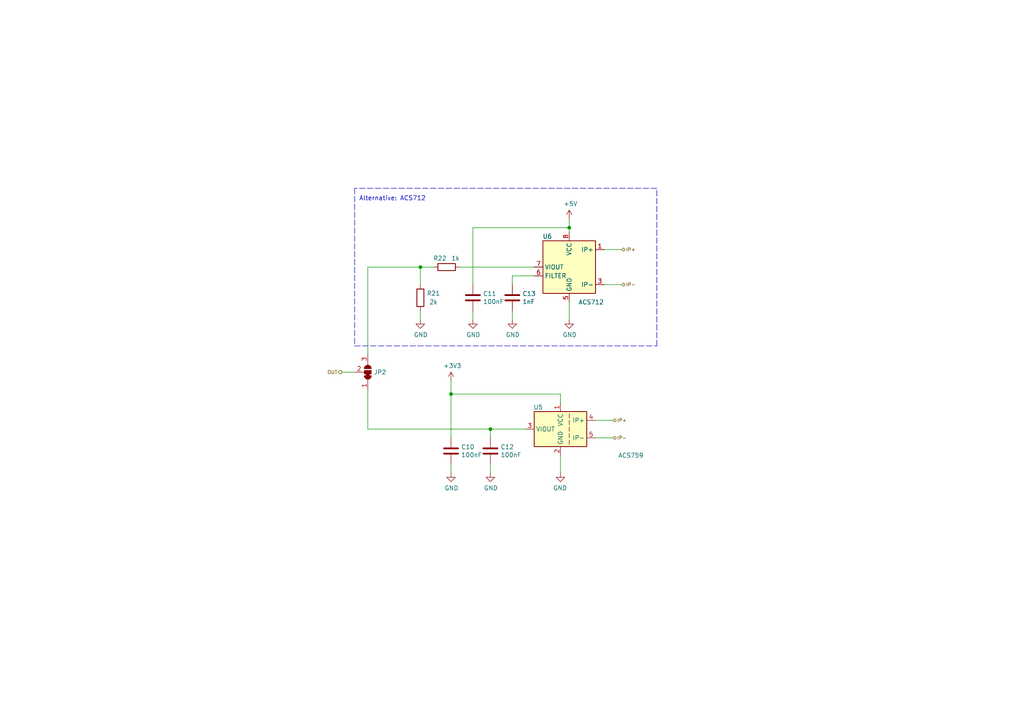
<source format=kicad_sch>
(kicad_sch (version 20211123) (generator eeschema)
  (paper "A4")
  (title_block (title "Current Sensor") (date "2023-04-28") (rev "0.1") (comment 1 "https://github.com/enriquewph/esp-plc"))
  (lib_symbols
    (symbol "Device:C" (pin_numbers hide) (pin_names (offset 0.254))
      (property "Reference" "C" (at 0.635 2.54 0))
      (property "Value" "C" (at 0.635 -2.54 0))
      (symbol "C_0_1"
        (polyline (pts (xy -2.032 -0.762) (xy 2.032 -0.762)) (stroke (width 0.508)))
        (polyline (pts (xy -2.032 0.762) (xy 2.032 0.762)) (stroke (width 0.508)))
      )
      (symbol "C_1_1"
        (pin passive line (at 0 3.81 270) (length 2.794) (name "~") (number "1"))
        (pin passive line (at 0 -3.81 90) (length 2.794) (name "~") (number "2"))
      )
    )
    (symbol "Device:R" (pin_numbers hide) (pin_names (offset 0))
      (property "Reference" "R" (at 2.032 0 90))
      (property "Value" "R" (at 0 0 90))
      (symbol "R_0_1"
        (rectangle (start -1.016 -2.54) (end 1.016 2.54) (stroke (width 0.254)))
      )
      (symbol "R_1_1"
        (pin passive line (at 0 3.81 270) (length 1.27) (name "~") (number "1"))
        (pin passive line (at 0 -3.81 90) (length 1.27) (name "~") (number "2"))
      )
    )
    (symbol "Sensor_Current:ACS712xLCTR-20A"
      (property "Reference" "U" (at 2.54 11.43 0))
      (property "Value" "ACS712xLCTR-20A" (at 2.54 8.89 0))
      (symbol "ACS712xLCTR-20A_0_1"
        (rectangle (start -7.62 7.62) (end 7.62 -7.62) (stroke (width 0.254)) (fill (type background)))
      )
      (symbol "ACS712xLCTR-20A_1_1"
        (pin passive line (at -10.16 5.08 0) (length 2.54) (name "IP+") (number "1"))
        (pin passive line (at -10.16 5.08 0) (length 2.54) hide (name "IP+") (number "2"))
        (pin passive line (at -10.16 -5.08 0) (length 2.54) (name "IP-") (number "3"))
        (pin passive line (at -10.16 -5.08 0) (length 2.54) hide (name "IP-") (number "4"))
        (pin power_in line (at 0 -10.16 90) (length 2.54) (name "GND") (number "5"))
        (pin passive line (at 10.16 -2.54 180) (length 2.54) (name "FILTER") (number "6"))
        (pin output line (at 10.16 0 180) (length 2.54) (name "VIOUT") (number "7"))
        (pin power_in line (at 0 10.16 270) (length 2.54) (name "VCC") (number "8"))
      )
    )
    (symbol "Sensor_Current:ACS759xCB-050B-PFF"
      (property "Reference" "U" (at -7.62 6.35 0))
      (property "Value" "ACS759xCB-050B-PFF" (at 2.54 6.35 0))
      (symbol "ACS759xCB-050B-PFF_0_1"
        (rectangle (start -7.62 5.08) (end 7.62 -5.08) (stroke (width 0.254)) (fill (type background)))
        (polyline (pts (xy -2.54 -3.175) (xy -2.54 -4.445)))
        (polyline (pts (xy -2.54 -1.27) (xy -2.54 -2.54)))
        (polyline (pts (xy -2.54 0.635) (xy -2.54 -0.635)))
        (polyline (pts (xy -2.54 1.27) (xy -2.54 2.54)))
        (polyline (pts (xy -2.54 3.175) (xy -2.54 4.445)))
      )
      (symbol "ACS759xCB-050B-PFF_1_1"
        (pin power_in line (at 0 7.62 270) (length 2.54) (name "VCC") (number "1"))
        (pin power_in line (at 0 -7.62 90) (length 2.54) (name "GND") (number "2"))
        (pin output line (at 10.16 0 180) (length 2.54) (name "VIOUT") (number "3"))
        (pin passive line (at -10.16 2.54 0) (length 2.54) (name "IP+") (number "4"))
        (pin passive line (at -10.16 -2.54 0) (length 2.54) (name "IP-") (number "5"))
      )
    )
    (symbol "kicad-rescue:SolderJumper_3_Bridged12-Jumper" (pin_names (offset 0) hide)
      (property "Reference" "JP" (at -2.54 -2.54 0))
      (property "Value" "SolderJumper_3_Bridged12-Jumper" (at 0 2.794 0))
      (symbol "SolderJumper_3_Bridged12-Jumper_0_1"
        (rectangle (start -1.016 0.508) (end -0.508 -0.508) (fill (type outline)))
        (arc (start -1.016 1.016) (mid -2.032 0) (end -1.016 -1.016))
        (arc (start -1.016 1.016) (mid -2.032 0) (end -1.016 -1.016) (fill (type outline)))
        (rectangle (start -0.508 1.016) (end 0.508 -1.016) (fill (type outline)))
        (polyline (pts (xy -2.54 0) (xy -2.032 0)))
        (polyline (pts (xy -1.016 1.016) (xy -1.016 -1.016)))
        (polyline (pts (xy 0 -1.27) (xy 0 -1.016)))
        (polyline (pts (xy 1.016 1.016) (xy 1.016 -1.016)))
        (polyline (pts (xy 2.54 0) (xy 2.032 0)))
        (arc (start 1.016 -1.016) (mid 2.032 0) (end 1.016 1.016))
        (arc (start 1.016 -1.016) (mid 2.032 0) (end 1.016 1.016) (fill (type outline)))
      )
      (symbol "SolderJumper_3_Bridged12-Jumper_1_1"
        (pin passive line (at -5.08 0 0) (length 2.54) (name "A") (number "1"))
        (pin input line (at 0 -3.81 90) (length 2.54) (name "C") (number "2"))
        (pin passive line (at 5.08 0 180) (length 2.54) (name "B") (number "3"))
      )
    )
    (symbol "power:+3V3" (power) (pin_names (offset 0))
      (property "Value" "+3V3" (at 0 3.556 0))
      (symbol "+3V3_0_1"
        (polyline (pts (xy -0.762 1.27) (xy 0 2.54)))
        (polyline (pts (xy 0 0) (xy 0 2.54)))
        (polyline (pts (xy 0 2.54) (xy 0.762 1.27)))
      )
      (symbol "+3V3_1_1"
        (pin power_in line (at 0 0 90) (length 0) hide (name "+3V3") (number "1"))
      )
    )
    (symbol "power:+5V" (power) (pin_names (offset 0))
      (property "Value" "+5V" (at 0 3.556 0))
      (symbol "+5V_0_1"
        (polyline (pts (xy -0.762 1.27) (xy 0 2.54)))
        (polyline (pts (xy 0 0) (xy 0 2.54)))
        (polyline (pts (xy 0 2.54) (xy 0.762 1.27)))
      )
      (symbol "+5V_1_1"
        (pin power_in line (at 0 0 90) (length 0) hide (name "+5V") (number "1"))
      )
    )
    (symbol "power:GND" (power) (pin_names (offset 0))
      (property "Value" "GND" (at 0 -3.81 0))
      (symbol "GND_0_1"
        (polyline (pts (xy 0 0) (xy 0 -1.27) (xy 1.27 -1.27) (xy 0 -2.54) (xy -1.27 -1.27) (xy 0 -1.27)))
      )
      (symbol "GND_1_1"
        (pin power_in line (at 0 0 270) (length 0) hide (name "GND") (number "1"))
      )
    )
  )
  (junction (at 165.1 66.04))
  (junction (at 142.24 124.46))
  (junction (at 121.92 77.47))
  (junction (at 130.81 114.3))
  (wire (pts (xy 162.56 114.3) (xy 130.81 114.3)))
  (wire (pts (xy 165.1 87.63) (xy 165.1 92.71)))
  (wire (pts (xy 180.34 82.55) (xy 175.26 82.55)))
  (wire (pts (xy 137.16 66.04) (xy 165.1 66.04)))
  (wire (pts (xy 180.34 72.39) (xy 175.26 72.39)))
  (wire (pts (xy 121.92 77.47) (xy 125.73 77.47)))
  (wire (pts (xy 130.81 137.16) (xy 130.81 134.62)))
  (wire (pts (xy 148.59 80.01) (xy 154.94 80.01)))
  (wire (pts (xy 99.06 107.95) (xy 102.87 107.95)))
  (wire (pts (xy 121.92 92.71) (xy 121.92 90.17)))
  (wire (pts (xy 137.16 92.71) (xy 137.16 90.17)))
  (polyline (pts (xy 102.87 54.61) (xy 102.87 100.33)))
  (wire (pts (xy 165.1 67.31) (xy 165.1 66.04)))
  (wire (pts (xy 177.8 127) (xy 172.72 127)))
  (wire (pts (xy 130.81 127) (xy 130.81 114.3)))
  (polyline (pts (xy 190.5 54.61) (xy 102.87 54.61)))
  (wire (pts (xy 106.68 77.47) (xy 121.92 77.47)))
  (wire (pts (xy 142.24 137.16) (xy 142.24 134.62)))
  (wire (pts (xy 106.68 124.46) (xy 142.24 124.46)))
  (wire (pts (xy 133.35 77.47) (xy 154.94 77.47)))
  (wire (pts (xy 137.16 82.55) (xy 137.16 66.04)))
  (wire (pts (xy 130.81 110.49) (xy 130.81 114.3)))
  (wire (pts (xy 142.24 124.46) (xy 152.4 124.46)))
  (wire (pts (xy 148.59 92.71) (xy 148.59 90.17)))
  (wire (pts (xy 121.92 82.55) (xy 121.92 77.47)))
  (wire (pts (xy 177.8 121.92) (xy 172.72 121.92)))
  (wire (pts (xy 148.59 82.55) (xy 148.59 80.01)))
  (wire (pts (xy 165.1 63.5) (xy 165.1 66.04)))
  (wire (pts (xy 162.56 116.84) (xy 162.56 114.3)))
  (polyline (pts (xy 190.5 100.33) (xy 190.5 54.61)))
  (wire (pts (xy 106.68 113.03) (xy 106.68 124.46)))
  (wire (pts (xy 106.68 102.87) (xy 106.68 77.47)))
  (wire (pts (xy 142.24 127) (xy 142.24 124.46)))
  (wire (pts (xy 162.56 137.16) (xy 162.56 132.08)))
  (polyline (pts (xy 102.87 100.33) (xy 190.5 100.33)))
  (text "Alternative: ACS712" (at 104.14 58.42 0) (effects (font (size 1.2954 1.2954)) (justify left bottom)))
  (hierarchical_label "IP+" (shape bidirectional) (at 177.8 121.92 0) (effects (font (size 0.9906 0.9906))))
  (hierarchical_label "IP+" (shape bidirectional) (at 180.34 72.39 0) (effects (font (size 0.9906 0.9906))))
  (hierarchical_label "IP-" (shape bidirectional) (at 177.8 127 0) (effects (font (size 0.9906 0.9906))))
  (hierarchical_label "OUT" (shape output) (at 99.06 107.95 180) (effects (font (size 0.9906 0.9906))))
  (hierarchical_label "IP-" (shape bidirectional) (at 180.34 82.55 0) (effects (font (size 0.9906 0.9906))))
  (symbol (lib_id "Sensor_Current:ACS759xCB-050B-PFF") (at 162.56 124.46 0) (mirror y) (unit 1)
    (property "Reference" "U5" (at 157.48 118.11 0) (effects (justify left)))
    (property "Value" "ACS759" (at 186.69 132.08 0) (effects (justify left)))
    (property "Footprint" "libs:Allegro_CB_PFF" (effects hide))
    (property "Datasheet" "https://www.allegromicro.com/~/media/Files/Datasheets/ACS759-Datasheet.ashx" (effects hide))
    (property "manf#" "ACS759LCB-050B-PFF-T" (effects hide))
  )
  (symbol (lib_id "Device:C") (at 130.81 130.81 0) (unit 1)
    (property "Reference" "C10" (at 133.731 129.6416 0) (effects (justify left)))
    (property "Value" "100nF" (at 133.731 131.953 0) (effects (justify left)))
    (property "Footprint" "Capacitor_SMD:C_1206_3216Metric_Pad1.33x1.80mm_HandSolder" (effects hide))
    (property "Datasheet" "https://www.yageo.com/upload/media/product/productsearch/datasheet/mlcc/UPY-GPHC_X7R_6.3V-to-50V_18.pdf" (effects hide))
    (property "Voltage" "50V" (effects hide))
    (property "manf#" "CC1206KRX7R9BB104" (effects hide))
  )
  (symbol (lib_id "Device:C") (at 142.24 130.81 0) (unit 1)
    (property "Reference" "C12" (at 145.161 129.6416 0) (effects (justify left)))
    (property "Value" "100nF" (at 145.161 131.953 0) (effects (justify left)))
    (property "Footprint" "Capacitor_SMD:C_1206_3216Metric_Pad1.33x1.80mm_HandSolder" (effects hide))
    (property "Datasheet" "https://www.yageo.com/upload/media/product/productsearch/datasheet/mlcc/UPY-GPHC_X7R_6.3V-to-50V_18.pdf" (effects hide))
    (property "Voltage" "50V" (effects hide))
    (property "manf#" "CC1206KRX7R9BB104" (effects hide))
  )
  (symbol (lib_id "power:GND") (at 130.81 137.16 0) (unit 1)
    (property "Reference" "#PWR055" (effects hide))
    (property "Value" "GND" (at 130.937 141.5542 0))
  )
  (symbol (lib_id "power:GND") (at 142.24 137.16 0) (unit 1)
    (property "Reference" "#PWR057" (effects hide))
    (property "Value" "GND" (at 142.367 141.5542 0))
  )
  (symbol (lib_id "power:GND") (at 162.56 137.16 0) (mirror y) (unit 1)
    (property "Reference" "#PWR059" (effects hide))
    (property "Value" "GND" (at 162.433 141.5542 0))
  )
  (symbol (lib_id "power:+3V3") (at 130.81 110.49 0) (unit 1)
    (property "Reference" "#PWR054" (effects hide))
    (property "Value" "+3V3" (at 131.191 106.0958 0))
  )
  (symbol (lib_id "Sensor_Current:ACS712xLCTR-20A") (at 165.1 77.47 0) (mirror y) (unit 1)
    (property "Reference" "U6" (at 158.75 68.58 0))
    (property "Value" "ACS712" (at 171.45 87.63 0))
    (property "Footprint" "Package_SO:SOIC-8_3.9x4.9mm_P1.27mm" (effects hide))
    (property "Datasheet" "https://www.sparkfun.com/datasheets/BreakoutBoards/0712.pdf" (effects hide))
    (property "Fitted" "No" (effects hide))
    (property "manf#" "ACS71240LLCBTR-030B3" (effects hide))
  )
  (symbol (lib_id "power:+5V") (at 165.1 63.5 0) (unit 1)
    (property "Reference" "#PWR060" (effects hide))
    (property "Value" "+5V" (at 165.481 59.1058 0))
  )
  (symbol (lib_id "Device:C") (at 148.59 86.36 0) (unit 1)
    (property "Reference" "C13" (at 151.511 85.1916 0) (effects (justify left)))
    (property "Value" "1nF" (at 151.511 87.503 0) (effects (justify left)))
    (property "Footprint" "Capacitor_SMD:C_1206_3216Metric_Pad1.33x1.80mm_HandSolder" (effects hide))
    (property "Datasheet" "https://www.yageo.com/upload/media/product/products/datasheet/mlcc/UPY-NP0X7R_HV_1KV-to-3KV_11.pdf" (effects hide))
    (property "Fitted" "No" (effects hide))
    (property "manf#" "CC1206KKX7RCBB102" (effects hide))
  )
  (symbol (lib_id "power:GND") (at 165.1 92.71 0) (unit 1)
    (property "Reference" "#PWR061" (effects hide))
    (property "Value" "GND" (at 165.227 97.1042 0))
  )
  (symbol (lib_id "power:GND") (at 148.59 92.71 0) (unit 1)
    (property "Reference" "#PWR058" (effects hide))
    (property "Value" "GND" (at 148.717 97.1042 0))
  )
  (symbol (lib_id "Device:C") (at 137.16 86.36 0) (unit 1)
    (property "Reference" "C11" (at 140.081 85.1916 0) (effects (justify left)))
    (property "Value" "100nF" (at 140.081 87.503 0) (effects (justify left)))
    (property "Footprint" "Capacitor_SMD:C_1206_3216Metric_Pad1.33x1.80mm_HandSolder" (effects hide))
    (property "Datasheet" "https://www.yageo.com/upload/media/product/productsearch/datasheet/mlcc/UPY-GPHC_X7R_6.3V-to-50V_18.pdf" (effects hide))
    (property "Fitted" "No" (effects hide))
    (property "Voltage" "50V" (effects hide))
    (property "manf#" "CC1206KRX7R9BB104" (effects hide))
  )
  (symbol (lib_id "power:GND") (at 137.16 92.71 0) (unit 1)
    (property "Reference" "#PWR056" (effects hide))
    (property "Value" "GND" (at 137.287 97.1042 0))
  )
  (symbol (lib_id "Device:R") (at 121.92 86.36 180) (unit 1)
    (property "Reference" "R21" (at 125.73 85.09 0))
    (property "Value" "2k" (at 125.73 87.63 0))
    (property "Footprint" "Resistor_SMD:R_1206_3216Metric" (effects hide))
    (property "Datasheet" "https://www.yageo.com/upload/media/product/productsearch/datasheet/rchip/PYu-RC_Group_51_RoHS_L_11.pdf" (effects hide))
    (property "Fitted" "No" (effects hide))
    (property "manf#" "RC1206FR-072KL" (effects hide))
  )
  (symbol (lib_id "Device:R") (at 129.54 77.47 90) (unit 1)
    (property "Reference" "R22" (at 129.54 74.93 90) (effects (justify left)))
    (property "Value" "1k" (at 133.35 74.93 90) (effects (justify left)))
    (property "Footprint" "Resistor_SMD:R_1206_3216Metric" (effects hide))
    (property "Datasheet" "https://www.yageo.com/upload/media/product/productsearch/datasheet/rchip/PYu-RC_Group_51_RoHS_L_11.pdf" (effects hide))
    (property "manf#" "RC1206FR-071KL" (effects hide))
  )
  (symbol (lib_id "power:GND") (at 121.92 92.71 0) (unit 1)
    (property "Reference" "#PWR053" (effects hide))
    (property "Value" "GND" (at 122.047 97.1042 0))
  )
  (symbol (lib_id "kicad-rescue:SolderJumper_3_Bridged12-Jumper") (at 106.68 107.95 270) (mirror x) (unit 1)
    (property "Reference" "JP2" (at 108.4072 107.95 90) (effects (justify left)))
    (property "Value" "SolderJumper_3_Bridged12" (effects hide))
    (property "Footprint" "Jumper:SolderJumper-3_P1.3mm_Open_RoundedPad1.0x1.5mm_NumberLabels" (effects hide))
  )
)
</source>
